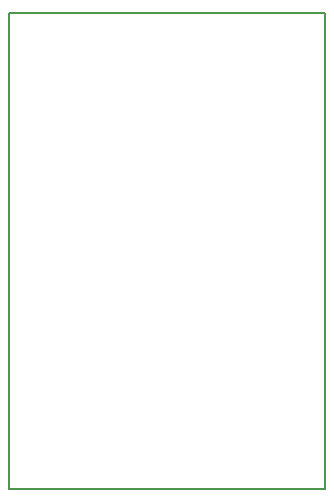
<source format=gm1>
G04 MADE WITH FRITZING*
G04 WWW.FRITZING.ORG*
G04 DOUBLE SIDED*
G04 HOLES PLATED*
G04 CONTOUR ON CENTER OF CONTOUR VECTOR*
%ASAXBY*%
%FSLAX23Y23*%
%MOIN*%
%OFA0B0*%
%SFA1.0B1.0*%
%ADD10R,1.061650X1.594490*%
%ADD11C,0.008000*%
%ADD10C,0.008*%
%LNCONTOUR*%
G90*
G70*
G54D10*
G54D11*
X4Y1590D02*
X1058Y1590D01*
X1058Y4D01*
X4Y4D01*
X4Y1590D01*
D02*
G04 End of contour*
M02*
</source>
